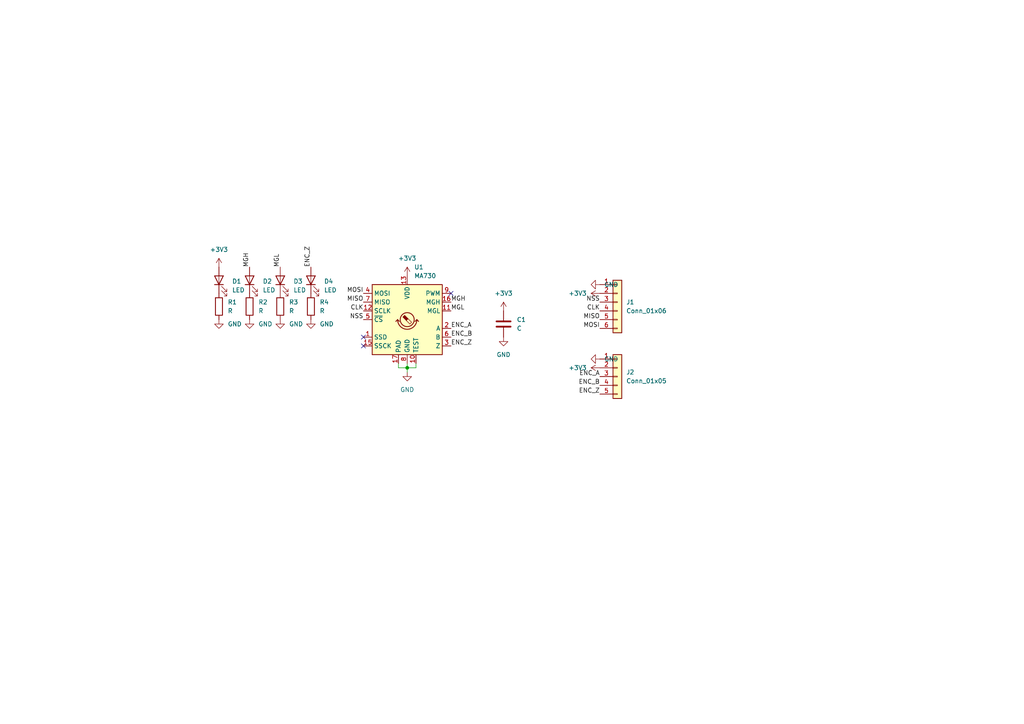
<source format=kicad_sch>
(kicad_sch (version 20211123) (generator eeschema)
  (paper "A4")
  (lib_symbols
    (symbol "Connector_Generic:Conn_01x05" (pin_names (offset 1.016) hide)
      (property "Reference" "J" (at 0 7.62 0))
      (property "Value" "Conn_01x05" (at 0 -7.62 0))
      (symbol "Conn_01x05_1_1"
        (rectangle (start -1.27 -4.953) (end 0 -5.207) (stroke (width 0.1524)))
        (rectangle (start -1.27 -2.413) (end 0 -2.667) (stroke (width 0.1524)))
        (rectangle (start -1.27 0.127) (end 0 -0.127) (stroke (width 0.1524)))
        (rectangle (start -1.27 2.667) (end 0 2.413) (stroke (width 0.1524)))
        (rectangle (start -1.27 5.207) (end 0 4.953) (stroke (width 0.1524)))
        (rectangle (start -1.27 6.35) (end 1.27 -6.35) (stroke (width 0.254)) (fill (type background)))
        (pin passive line (at -5.08 5.08 0) (length 3.81) (name "Pin_1") (number "1"))
        (pin passive line (at -5.08 2.54 0) (length 3.81) (name "Pin_2") (number "2"))
        (pin passive line (at -5.08 0 0) (length 3.81) (name "Pin_3") (number "3"))
        (pin passive line (at -5.08 -2.54 0) (length 3.81) (name "Pin_4") (number "4"))
        (pin passive line (at -5.08 -5.08 0) (length 3.81) (name "Pin_5") (number "5"))
      )
    )
    (symbol "Connector_Generic:Conn_01x06" (pin_names (offset 1.016) hide)
      (property "Reference" "J" (at 0 7.62 0))
      (property "Value" "Conn_01x06" (at 0 -10.16 0))
      (symbol "Conn_01x06_1_1"
        (rectangle (start -1.27 -7.493) (end 0 -7.747) (stroke (width 0.1524)))
        (rectangle (start -1.27 -4.953) (end 0 -5.207) (stroke (width 0.1524)))
        (rectangle (start -1.27 -2.413) (end 0 -2.667) (stroke (width 0.1524)))
        (rectangle (start -1.27 0.127) (end 0 -0.127) (stroke (width 0.1524)))
        (rectangle (start -1.27 2.667) (end 0 2.413) (stroke (width 0.1524)))
        (rectangle (start -1.27 5.207) (end 0 4.953) (stroke (width 0.1524)))
        (rectangle (start -1.27 6.35) (end 1.27 -8.89) (stroke (width 0.254)) (fill (type background)))
        (pin passive line (at -5.08 5.08 0) (length 3.81) (name "Pin_1") (number "1"))
        (pin passive line (at -5.08 2.54 0) (length 3.81) (name "Pin_2") (number "2"))
        (pin passive line (at -5.08 0 0) (length 3.81) (name "Pin_3") (number "3"))
        (pin passive line (at -5.08 -2.54 0) (length 3.81) (name "Pin_4") (number "4"))
        (pin passive line (at -5.08 -5.08 0) (length 3.81) (name "Pin_5") (number "5"))
        (pin passive line (at -5.08 -7.62 0) (length 3.81) (name "Pin_6") (number "6"))
      )
    )
    (symbol "Device:C" (pin_numbers hide) (pin_names (offset 0.254))
      (property "Reference" "C" (at 0.635 2.54 0))
      (property "Value" "C" (at 0.635 -2.54 0))
      (symbol "C_0_1"
        (polyline (pts (xy -2.032 -0.762) (xy 2.032 -0.762)) (stroke (width 0.508)))
        (polyline (pts (xy -2.032 0.762) (xy 2.032 0.762)) (stroke (width 0.508)))
      )
      (symbol "C_1_1"
        (pin passive line (at 0 3.81 270) (length 2.794) (name "~") (number "1"))
        (pin passive line (at 0 -3.81 90) (length 2.794) (name "~") (number "2"))
      )
    )
    (symbol "Device:LED" (pin_numbers hide) (pin_names (offset 1.016) hide)
      (property "Reference" "D" (at 0 2.54 0))
      (property "Value" "LED" (at 0 -2.54 0))
      (symbol "LED_0_1"
        (polyline (pts (xy -1.27 -1.27) (xy -1.27 1.27)) (stroke (width 0.254)))
        (polyline (pts (xy -1.27 0) (xy 1.27 0)))
        (polyline (pts (xy 1.27 -1.27) (xy 1.27 1.27) (xy -1.27 0) (xy 1.27 -1.27)) (stroke (width 0.254)))
        (polyline (pts (xy -3.048 -0.762) (xy -4.572 -2.286) (xy -3.81 -2.286) (xy -4.572 -2.286) (xy -4.572 -1.524)))
        (polyline (pts (xy -1.778 -0.762) (xy -3.302 -2.286) (xy -2.54 -2.286) (xy -3.302 -2.286) (xy -3.302 -1.524)))
      )
      (symbol "LED_1_1"
        (pin passive line (at -3.81 0 0) (length 2.54) (name "K") (number "1"))
        (pin passive line (at 3.81 0 180) (length 2.54) (name "A") (number "2"))
      )
    )
    (symbol "Device:R" (pin_numbers hide) (pin_names (offset 0))
      (property "Reference" "R" (at 2.032 0 90))
      (property "Value" "R" (at 0 0 90))
      (symbol "R_0_1"
        (rectangle (start -1.016 -2.54) (end 1.016 2.54) (stroke (width 0.254)))
      )
      (symbol "R_1_1"
        (pin passive line (at 0 3.81 270) (length 1.27) (name "~") (number "1"))
        (pin passive line (at 0 -3.81 90) (length 1.27) (name "~") (number "2"))
      )
    )
    (symbol "Sensor_Magnetic:MA730"
      (property "Reference" "U" (at -10.16 11.43 0))
      (property "Value" "MA730" (at 10.16 11.43 0))
      (symbol "MA730_0_1"
        (rectangle (start -10.16 10.16) (end 10.16 -10.16) (stroke (width 0.254)) (fill (type background)))
        (arc (start -2.794 0) (mid 0 -2.794) (end 2.794 0) (stroke (width 0.254)))
        (polyline (pts (xy -2.794 0) (xy -3.302 -0.508)) (stroke (width 0.254)))
        (polyline (pts (xy -2.794 0) (xy -2.286 -0.508)) (stroke (width 0.254)))
        (polyline (pts (xy 2.794 0) (xy 2.286 -0.508)) (stroke (width 0.254)))
        (polyline (pts (xy 2.794 0) (xy 3.302 -0.508)) (stroke (width 0.254)))
      )
      (symbol "MA730_1_1"
        (polyline (pts (xy 0.254 0.254) (xy 1.27 -0.762) (xy 0.762 -1.27) (xy -0.254 -0.254)))
        (polyline (pts (xy -0.762 1.27) (xy 0.254 0.254) (xy -0.254 -0.254) (xy -1.27 0.762) (xy -1.016 1.016) (xy -0.762 1.27) (xy -0.635 1.143)) (fill (type outline)))
        (circle (center 0 0) (radius 2.032) (stroke (width 0.254)))
        (pin output line (at -12.7 -5.08 0) (length 2.54) (name "SSD") (number "1"))
        (pin passive line (at 2.54 -12.7 90) (length 2.54) (name "TEST") (number "10"))
        (pin output line (at 12.7 2.54 180) (length 2.54) (name "MGL") (number "11"))
        (pin input line (at -12.7 2.54 0) (length 2.54) (name "SCLK") (number "12"))
        (pin power_in line (at 0 12.7 270) (length 2.54) (name "VDD") (number "13"))
        (pin no_connect line (at 5.08 -10.16 90) (length 2.54) hide (name "NC") (number "14"))
        (pin input line (at -12.7 -7.62 0) (length 2.54) (name "SSCK") (number "15"))
        (pin output line (at 12.7 5.08 180) (length 2.54) (name "MGH") (number "16"))
        (pin input line (at -2.54 -12.7 90) (length 2.54) (name "PAD") (number "17"))
        (pin output line (at 12.7 -2.54 180) (length 2.54) (name "A") (number "2"))
        (pin output line (at 12.7 -7.62 180) (length 2.54) (name "Z") (number "3"))
        (pin input line (at -12.7 7.62 0) (length 2.54) (name "MOSI") (number "4"))
        (pin input line (at -12.7 0 0) (length 2.54) (name "~{CS}") (number "5"))
        (pin output line (at 12.7 -5.08 180) (length 2.54) (name "B") (number "6"))
        (pin output line (at -12.7 5.08 0) (length 2.54) (name "MISO") (number "7"))
        (pin power_in line (at 0 -12.7 90) (length 2.54) (name "GND") (number "8"))
        (pin output line (at 12.7 7.62 180) (length 2.54) (name "PWM") (number "9"))
      )
    )
    (symbol "power:+3.3V" (power) (pin_names (offset 0))
      (property "Value" "+3.3V" (at 0 3.556 0))
      (symbol "+3.3V_0_1"
        (polyline (pts (xy -0.762 1.27) (xy 0 2.54)))
        (polyline (pts (xy 0 0) (xy 0 2.54)))
        (polyline (pts (xy 0 2.54) (xy 0.762 1.27)))
      )
      (symbol "+3.3V_1_1"
        (pin power_in line (at 0 0 90) (length 0) hide (name "+3V3") (number "1"))
      )
    )
    (symbol "power:GND" (power) (pin_names (offset 0))
      (property "Value" "GND" (at 0 -3.81 0))
      (symbol "GND_0_1"
        (polyline (pts (xy 0 0) (xy 0 -1.27) (xy 1.27 -1.27) (xy 0 -2.54) (xy -1.27 -1.27) (xy 0 -1.27)))
      )
      (symbol "GND_1_1"
        (pin power_in line (at 0 0 270) (length 0) hide (name "GND") (number "1"))
      )
    )
  )
  (junction (at 118.11 106.68))
  (no_connect (at 105.41 100.33))
  (no_connect (at 130.81 85.09))
  (no_connect (at 105.41 97.79))
  (wire (pts (xy 120.65 106.68) (xy 120.65 105.41)))
  (wire (pts (xy 118.11 106.68) (xy 120.65 106.68)))
  (wire (pts (xy 115.57 105.41) (xy 115.57 106.68)))
  (wire (pts (xy 118.11 106.68) (xy 118.11 107.95)))
  (wire (pts (xy 115.57 106.68) (xy 118.11 106.68)))
  (wire (pts (xy 118.11 105.41) (xy 118.11 106.68)))
  (label "ENC_Z" (at 173.99 114.3 180))
  (label "MOSI" (at 105.41 85.09 180))
  (label "NSS" (at 173.99 87.63 180))
  (label "ENC_B" (at 130.81 97.79 0))
  (label "MISO" (at 173.99 92.71 180))
  (label "ENC_B" (at 173.99 111.76 180))
  (label "MISO" (at 105.41 87.63 180))
  (label "MGL" (at 81.28 77.47 90))
  (label "MGH" (at 72.39 77.47 90))
  (label "MOSI" (at 173.99 95.25 180))
  (label "CLK" (at 105.41 90.17 180))
  (label "MGH" (at 130.81 87.63 0))
  (label "CLK" (at 173.99 90.17 180))
  (label "MGL" (at 130.81 90.17 0))
  (label "NSS" (at 105.41 92.71 180))
  (label "ENC_A" (at 130.81 95.25 0))
  (label "ENC_A" (at 173.99 109.22 180))
  (label "ENC_Z" (at 90.17 77.47 90))
  (label "ENC_Z" (at 130.81 100.33 0))
  (symbol (lib_id "power:GND") (at 81.28 92.71 0) (unit 1)
    (property "Reference" "#PWR04" (effects hide))
    (property "Value" "GND" (at 83.82 93.9799 0) (effects (justify left)))
  )
  (symbol (lib_id "Device:R") (at 72.39 88.9 0) (unit 1)
    (property "Reference" "R2" (at 74.93 87.6299 0) (effects (justify left)))
    (property "Value" "R" (at 74.93 90.1699 0) (effects (justify left)))
    (property "Footprint" "Resistor_SMD:R_0603_1608Metric" (effects hide))
  )
  (symbol (lib_id "Device:LED") (at 81.28 81.28 90) (unit 1)
    (property "Reference" "D3" (at 85.09 81.5974 90) (effects (justify right)))
    (property "Value" "LED" (at 85.09 84.1374 90) (effects (justify right)))
    (property "Footprint" "LED_SMD:LED_0603_1608Metric" (effects hide))
  )
  (symbol (lib_id "Connector_Generic:Conn_01x06") (at 179.07 87.63 0) (unit 1)
    (property "Reference" "J1" (at 181.61 87.6299 0) (effects (justify left)))
    (property "Value" "Conn_01x06" (at 181.61 90.1699 0) (effects (justify left)))
    (property "Footprint" "Connector_Hirose:Hirose_DF13-06P-1.25DS_1x06_P1.25mm_Horizontal" (effects hide))
  )
  (symbol (lib_id "Device:LED") (at 72.39 81.28 90) (unit 1)
    (property "Reference" "D2" (at 76.2 81.5974 90) (effects (justify right)))
    (property "Value" "LED" (at 76.2 84.1374 90) (effects (justify right)))
    (property "Footprint" "LED_SMD:LED_0603_1608Metric" (effects hide))
  )
  (symbol (lib_id "Device:R") (at 63.5 88.9 0) (unit 1)
    (property "Reference" "R1" (at 66.04 87.6299 0) (effects (justify left)))
    (property "Value" "R" (at 66.04 90.1699 0) (effects (justify left)))
    (property "Footprint" "Resistor_SMD:R_0603_1608Metric" (effects hide))
  )
  (symbol (lib_id "Device:LED") (at 63.5 81.28 90) (unit 1)
    (property "Reference" "D1" (at 67.31 81.5974 90) (effects (justify right)))
    (property "Value" "LED" (at 67.31 84.1374 90) (effects (justify right)))
    (property "Footprint" "LED_SMD:LED_0603_1608Metric" (effects hide))
  )
  (symbol (lib_id "Connector_Generic:Conn_01x05") (at 179.07 109.22 0) (unit 1)
    (property "Reference" "J2" (at 181.61 107.9499 0) (effects (justify left)))
    (property "Value" "Conn_01x05" (at 181.61 110.4899 0) (effects (justify left)))
    (property "Footprint" "Connector_Hirose:Hirose_DF13-05P-1.25DS_1x05_P1.25mm_Horizontal" (effects hide))
  )
  (symbol (lib_id "Device:LED") (at 90.17 81.28 90) (unit 1)
    (property "Reference" "D4" (at 93.98 81.5974 90) (effects (justify right)))
    (property "Value" "LED" (at 93.98 84.1374 90) (effects (justify right)))
    (property "Footprint" "LED_SMD:LED_0603_1608Metric" (effects hide))
  )
  (symbol (lib_id "power:GND") (at 173.99 104.14 270) (unit 1)
    (property "Reference" "#PWR012" (effects hide))
    (property "Value" "GND" (at 175.26 104.1399 90) (effects (justify left)))
  )
  (symbol (lib_id "Device:R") (at 81.28 88.9 0) (unit 1)
    (property "Reference" "R3" (at 83.82 87.6299 0) (effects (justify left)))
    (property "Value" "R" (at 83.82 90.1699 0) (effects (justify left)))
    (property "Footprint" "Resistor_SMD:R_0603_1608Metric" (effects hide))
  )
  (symbol (lib_id "Device:R") (at 90.17 88.9 0) (unit 1)
    (property "Reference" "R4" (at 92.71 87.6299 0) (effects (justify left)))
    (property "Value" "R" (at 92.71 90.1699 0) (effects (justify left)))
    (property "Footprint" "Resistor_SMD:R_0603_1608Metric" (effects hide))
  )
  (symbol (lib_id "power:GND") (at 90.17 92.71 0) (unit 1)
    (property "Reference" "#PWR05" (effects hide))
    (property "Value" "GND" (at 92.71 93.9799 0) (effects (justify left)))
  )
  (symbol (lib_id "Device:C") (at 146.05 93.98 0) (unit 1)
    (property "Reference" "C1" (at 149.86 92.7099 0) (effects (justify left)))
    (property "Value" "C" (at 149.86 95.2499 0) (effects (justify left)))
    (property "Footprint" "Capacitor_SMD:C_0603_1608Metric" (effects hide))
  )
  (symbol (lib_id "power:+3.3V") (at 146.05 90.17 0) (unit 1)
    (property "Reference" "#PWR08" (effects hide))
    (property "Value" "+3.3V" (at 146.05 85.09 0))
  )
  (symbol (lib_id "power:GND") (at 118.11 107.95 0) (unit 1)
    (property "Reference" "#PWR07" (effects hide))
    (property "Value" "GND" (at 118.11 113.03 0))
  )
  (symbol (lib_id "power:+3.3V") (at 173.99 106.68 90) (unit 1)
    (property "Reference" "#PWR013" (effects hide))
    (property "Value" "+3.3V" (at 170.18 106.6799 90) (effects (justify left)))
  )
  (symbol (lib_id "Sensor_Magnetic:MA730") (at 118.11 92.71 0) (unit 1)
    (property "Reference" "U1" (at 120.1294 77.47 0) (effects (justify left)))
    (property "Value" "MA730" (at 120.1294 80.01 0) (effects (justify left)))
    (property "Footprint" "Package_DFN_QFN:QFN-16-1EP_3x3mm_P0.5mm_EP1.7x1.7mm" (effects hide))
    (property "Datasheet" "https://www.monolithicpower.com/pub/media/document/m/a/ma730_r1.01.pdf" (effects hide))
  )
  (symbol (lib_id "power:GND") (at 72.39 92.71 0) (unit 1)
    (property "Reference" "#PWR03" (effects hide))
    (property "Value" "GND" (at 74.93 93.9799 0) (effects (justify left)))
  )
  (symbol (lib_id "power:+3.3V") (at 173.99 85.09 90) (unit 1)
    (property "Reference" "#PWR011" (effects hide))
    (property "Value" "+3.3V" (at 170.18 85.0899 90) (effects (justify left)))
  )
  (symbol (lib_id "power:+3.3V") (at 63.5 77.47 0) (unit 1)
    (property "Reference" "#PWR01" (effects hide))
    (property "Value" "+3.3V" (at 63.5 72.39 0))
  )
  (symbol (lib_id "power:GND") (at 146.05 97.79 0) (unit 1)
    (property "Reference" "#PWR09" (effects hide))
    (property "Value" "GND" (at 146.05 102.87 0))
  )
  (symbol (lib_id "power:GND") (at 173.99 82.55 270) (unit 1)
    (property "Reference" "#PWR010" (effects hide))
    (property "Value" "GND" (at 175.26 82.5499 90) (effects (justify left)))
  )
  (symbol (lib_id "power:+3.3V") (at 118.11 80.01 0) (unit 1)
    (property "Reference" "#PWR06" (effects hide))
    (property "Value" "+3.3V" (at 118.11 74.93 0))
  )
  (symbol (lib_id "power:GND") (at 63.5 92.71 0) (unit 1)
    (property "Reference" "#PWR02" (effects hide))
    (property "Value" "GND" (at 66.04 93.9799 0) (effects (justify left)))
  )
)
</source>
